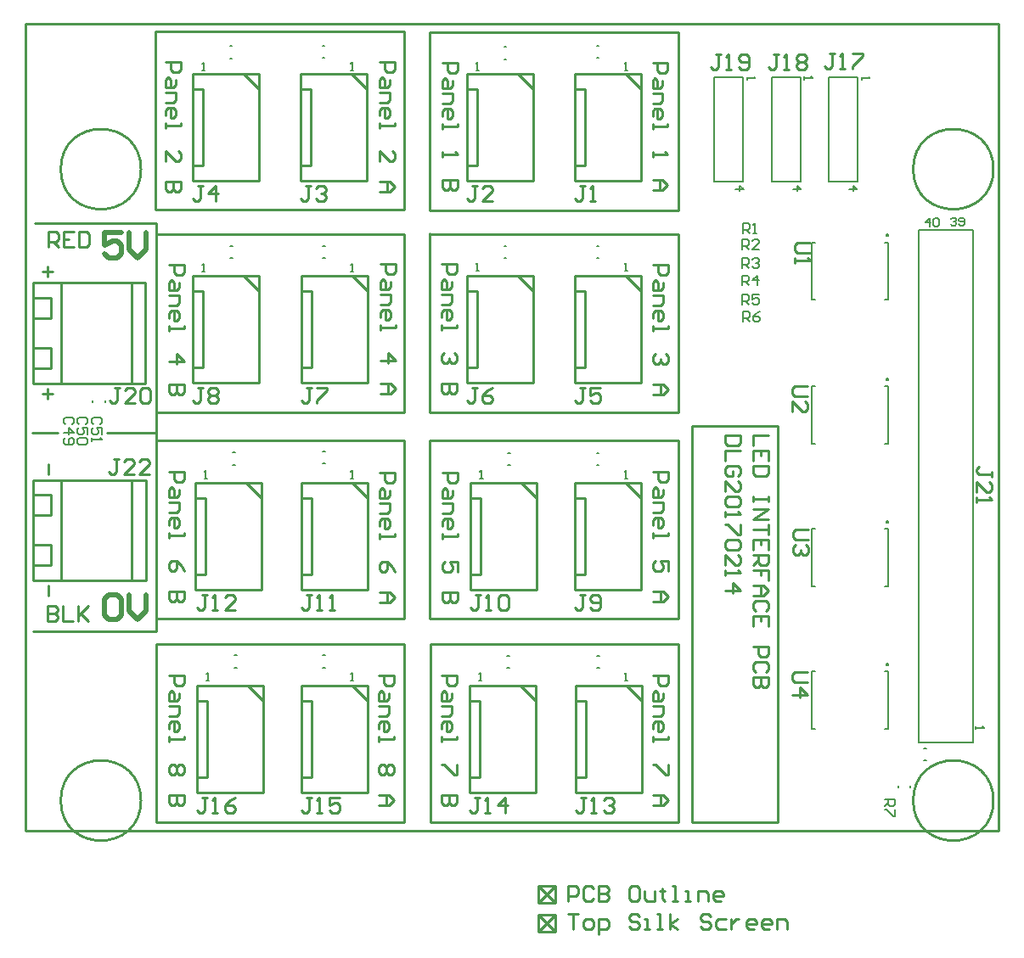
<source format=gto>
%FSLAX25Y25*%
%MOIN*%
G70*
G01*
G75*
G04 Layer_Color=65535*
%ADD10C,0.01000*%
%ADD11C,0.03150*%
G04:AMPARAMS|DCode=12|XSize=25.59mil|YSize=25.59mil|CornerRadius=3.2mil|HoleSize=0mil|Usage=FLASHONLY|Rotation=0.000|XOffset=0mil|YOffset=0mil|HoleType=Round|Shape=RoundedRectangle|*
%AMROUNDEDRECTD12*
21,1,0.02559,0.01919,0,0,0.0*
21,1,0.01919,0.02559,0,0,0.0*
1,1,0.00640,0.00960,-0.00960*
1,1,0.00640,-0.00960,-0.00960*
1,1,0.00640,-0.00960,0.00960*
1,1,0.00640,0.00960,0.00960*
%
%ADD12ROUNDEDRECTD12*%
G04:AMPARAMS|DCode=13|XSize=35.43mil|YSize=37.4mil|CornerRadius=4.43mil|HoleSize=0mil|Usage=FLASHONLY|Rotation=0.000|XOffset=0mil|YOffset=0mil|HoleType=Round|Shape=RoundedRectangle|*
%AMROUNDEDRECTD13*
21,1,0.03543,0.02854,0,0,0.0*
21,1,0.02658,0.03740,0,0,0.0*
1,1,0.00886,0.01329,-0.01427*
1,1,0.00886,-0.01329,-0.01427*
1,1,0.00886,-0.01329,0.01427*
1,1,0.00886,0.01329,0.01427*
%
%ADD13ROUNDEDRECTD13*%
G04:AMPARAMS|DCode=14|XSize=25.59mil|YSize=31.5mil|CornerRadius=1.28mil|HoleSize=0mil|Usage=FLASHONLY|Rotation=270.000|XOffset=0mil|YOffset=0mil|HoleType=Round|Shape=RoundedRectangle|*
%AMROUNDEDRECTD14*
21,1,0.02559,0.02894,0,0,270.0*
21,1,0.02303,0.03150,0,0,270.0*
1,1,0.00256,-0.01447,-0.01152*
1,1,0.00256,-0.01447,0.01152*
1,1,0.00256,0.01447,0.01152*
1,1,0.00256,0.01447,-0.01152*
%
%ADD14ROUNDEDRECTD14*%
G04:AMPARAMS|DCode=15|XSize=25.59mil|YSize=31.5mil|CornerRadius=1.28mil|HoleSize=0mil|Usage=FLASHONLY|Rotation=180.000|XOffset=0mil|YOffset=0mil|HoleType=Round|Shape=RoundedRectangle|*
%AMROUNDEDRECTD15*
21,1,0.02559,0.02894,0,0,180.0*
21,1,0.02303,0.03150,0,0,180.0*
1,1,0.00256,-0.01152,0.01447*
1,1,0.00256,0.01152,0.01447*
1,1,0.00256,0.01152,-0.01447*
1,1,0.00256,-0.01152,-0.01447*
%
%ADD15ROUNDEDRECTD15*%
G04:AMPARAMS|DCode=16|XSize=23.62mil|YSize=33.47mil|CornerRadius=2.95mil|HoleSize=0mil|Usage=FLASHONLY|Rotation=0.000|XOffset=0mil|YOffset=0mil|HoleType=Round|Shape=RoundedRectangle|*
%AMROUNDEDRECTD16*
21,1,0.02362,0.02756,0,0,0.0*
21,1,0.01772,0.03347,0,0,0.0*
1,1,0.00591,0.00886,-0.01378*
1,1,0.00591,-0.00886,-0.01378*
1,1,0.00591,-0.00886,0.01378*
1,1,0.00591,0.00886,0.01378*
%
%ADD16ROUNDEDRECTD16*%
G04:AMPARAMS|DCode=17|XSize=17.72mil|YSize=70.87mil|CornerRadius=0.89mil|HoleSize=0mil|Usage=FLASHONLY|Rotation=0.000|XOffset=0mil|YOffset=0mil|HoleType=Round|Shape=RoundedRectangle|*
%AMROUNDEDRECTD17*
21,1,0.01772,0.06909,0,0,0.0*
21,1,0.01595,0.07087,0,0,0.0*
1,1,0.00177,0.00797,-0.03455*
1,1,0.00177,-0.00797,-0.03455*
1,1,0.00177,-0.00797,0.03455*
1,1,0.00177,0.00797,0.03455*
%
%ADD17ROUNDEDRECTD17*%
G04:AMPARAMS|DCode=18|XSize=23.62mil|YSize=33.47mil|CornerRadius=2.95mil|HoleSize=0mil|Usage=FLASHONLY|Rotation=90.000|XOffset=0mil|YOffset=0mil|HoleType=Round|Shape=RoundedRectangle|*
%AMROUNDEDRECTD18*
21,1,0.02362,0.02756,0,0,90.0*
21,1,0.01772,0.03347,0,0,90.0*
1,1,0.00591,0.01378,0.00886*
1,1,0.00591,0.01378,-0.00886*
1,1,0.00591,-0.01378,-0.00886*
1,1,0.00591,-0.01378,0.00886*
%
%ADD18ROUNDEDRECTD18*%
%ADD19R,0.01772X0.07087*%
G04:AMPARAMS|DCode=20|XSize=25.59mil|YSize=25.59mil|CornerRadius=3.2mil|HoleSize=0mil|Usage=FLASHONLY|Rotation=90.000|XOffset=0mil|YOffset=0mil|HoleType=Round|Shape=RoundedRectangle|*
%AMROUNDEDRECTD20*
21,1,0.02559,0.01919,0,0,90.0*
21,1,0.01919,0.02559,0,0,90.0*
1,1,0.00640,0.00960,0.00960*
1,1,0.00640,0.00960,-0.00960*
1,1,0.00640,-0.00960,-0.00960*
1,1,0.00640,-0.00960,0.00960*
%
%ADD20ROUNDEDRECTD20*%
G04:AMPARAMS|DCode=21|XSize=35.43mil|YSize=37.4mil|CornerRadius=4.43mil|HoleSize=0mil|Usage=FLASHONLY|Rotation=90.000|XOffset=0mil|YOffset=0mil|HoleType=Round|Shape=RoundedRectangle|*
%AMROUNDEDRECTD21*
21,1,0.03543,0.02854,0,0,90.0*
21,1,0.02658,0.03740,0,0,90.0*
1,1,0.00886,0.01427,0.01329*
1,1,0.00886,0.01427,-0.01329*
1,1,0.00886,-0.01427,-0.01329*
1,1,0.00886,-0.01427,0.01329*
%
%ADD21ROUNDEDRECTD21*%
%ADD22C,0.05906*%
%ADD23C,0.04000*%
%ADD24R,0.11811X0.07874*%
%ADD25R,0.01969X0.01969*%
%ADD26R,0.12598X0.32283*%
%ADD27R,0.06000X0.06000*%
%ADD28C,0.06000*%
%ADD29R,0.06496X0.06496*%
%ADD30C,0.06496*%
%ADD31R,0.06496X0.06496*%
%ADD32C,0.10236*%
%ADD33C,0.19685*%
%ADD34C,0.03000*%
%ADD35C,0.01969*%
%ADD36R,0.14173X0.33858*%
%ADD37C,0.00787*%
%ADD38C,0.00800*%
%ADD39C,0.00591*%
D10*
X45276Y-305118D02*
G03*
X45276Y-305118I-15748J0D01*
G01*
Y-57087D02*
G03*
X45276Y-57087I-15748J0D01*
G01*
X379921D02*
G03*
X379921Y-57087I-15748J0D01*
G01*
Y-305118D02*
G03*
X379921Y-305118I-15748J0D01*
G01*
X128157Y-98882D02*
X134158Y-104882D01*
X108158D02*
X112157D01*
Y-134882D02*
Y-104882D01*
X108158Y-134882D02*
X112157D01*
X108158Y-98882D02*
X134158D01*
Y-140882D02*
Y-98882D01*
X108158Y-140882D02*
X134158D01*
X108158D02*
Y-98882D01*
X85658D02*
X91658Y-104882D01*
X65658D02*
X69657D01*
Y-134882D02*
Y-104882D01*
X65658Y-134882D02*
X69657D01*
X65658Y-98882D02*
X91658D01*
Y-140882D02*
Y-98882D01*
X65658Y-140882D02*
X91658D01*
X65658D02*
Y-98882D01*
X235707Y-98932D02*
X241707Y-104932D01*
X215707D02*
X219707D01*
Y-134932D02*
Y-104932D01*
X215707Y-134932D02*
X219707D01*
X215707Y-98932D02*
X241707D01*
Y-140932D02*
Y-98932D01*
X215707Y-140932D02*
X241707D01*
X215707D02*
Y-98932D01*
X193208D02*
X199207Y-104932D01*
X173207D02*
X177208D01*
Y-134932D02*
Y-104932D01*
X173207Y-134932D02*
X177208D01*
X173207Y-98932D02*
X199207D01*
Y-140932D02*
Y-98932D01*
X173207Y-140932D02*
X199207D01*
X173207D02*
Y-98932D01*
X51157Y-152579D02*
X148658D01*
Y-82579D01*
X51157Y-152579D02*
Y-82579D01*
X148658D01*
X158707Y-82629D02*
X256207D01*
X158707Y-152432D02*
Y-82432D01*
Y-152629D02*
X256207D01*
X235692Y-19664D02*
X241692Y-25664D01*
X215692D02*
X219692D01*
Y-55664D02*
Y-25664D01*
X215692Y-55664D02*
X219692D01*
X215692Y-19664D02*
X241692D01*
Y-61664D02*
Y-19664D01*
X215692Y-61664D02*
X241692D01*
X215692D02*
Y-19664D01*
X193192D02*
X199192Y-25664D01*
X173192D02*
X177192D01*
Y-55664D02*
Y-25664D01*
X173192Y-55664D02*
X177192D01*
X173192Y-19664D02*
X199192D01*
Y-61664D02*
Y-19664D01*
X173192Y-61664D02*
X199192D01*
X173192D02*
Y-19664D01*
X85642Y-19614D02*
X91642Y-25614D01*
X65642D02*
X69642D01*
Y-55614D02*
Y-25614D01*
X65642Y-55614D02*
X69642D01*
X65642Y-19614D02*
X91642D01*
Y-61614D02*
Y-19614D01*
X65642Y-61614D02*
X91642D01*
X65642D02*
Y-19614D01*
X128042D02*
X134042Y-25614D01*
X108042D02*
X112042D01*
Y-55614D02*
Y-25614D01*
X108042Y-55614D02*
X112042D01*
X108042Y-19614D02*
X134042D01*
Y-61614D02*
Y-19614D01*
X108042Y-61614D02*
X134042D01*
X108042D02*
Y-19614D01*
X158592Y-3164D02*
X256092D01*
X158592Y-73164D02*
Y-3164D01*
X256092Y-73164D02*
Y-3164D01*
X158592Y-73164D02*
X256092D01*
X51042Y-3114D02*
X148542D01*
X51042Y-73114D02*
Y-3114D01*
X148542Y-73114D02*
Y-3114D01*
X51042Y-73114D02*
X148542D01*
X246867Y-313539D02*
X256267D01*
Y-243539D01*
X158767Y-313539D02*
X246867D01*
X158767D02*
Y-243539D01*
X256267D01*
X51217Y-313489D02*
Y-243489D01*
X148667Y-233539D02*
Y-163539D01*
X51167Y-233539D02*
Y-163539D01*
X148667D01*
X158717Y-233589D02*
Y-163589D01*
X256217Y-233589D02*
Y-163543D01*
X194367Y-260039D02*
X200367Y-266039D01*
X174367D02*
X178367D01*
Y-296039D02*
Y-266039D01*
X174367Y-296039D02*
X178367D01*
X174367Y-260039D02*
X200367D01*
Y-302039D02*
Y-260039D01*
X174367Y-302039D02*
X200367D01*
X174367D02*
Y-260039D01*
X235801Y-260074D02*
X241801Y-266074D01*
X215801D02*
X219801D01*
Y-296074D02*
Y-266074D01*
X215801Y-296074D02*
X219801D01*
X215801Y-260074D02*
X241801D01*
Y-302074D02*
Y-260074D01*
X215801Y-302074D02*
X241801D01*
X215801D02*
Y-260074D01*
X128217Y-259989D02*
X134217Y-265989D01*
X108217D02*
X112217D01*
Y-295989D02*
Y-265989D01*
X108217Y-295989D02*
X112217D01*
X108217Y-259989D02*
X134217D01*
Y-301989D02*
Y-259989D01*
X108217Y-301989D02*
X134217D01*
X108217D02*
Y-259989D01*
X87217D02*
X93217Y-265989D01*
X67217D02*
X71217D01*
Y-295989D02*
Y-265989D01*
X67217Y-295989D02*
X71217D01*
X67217Y-259989D02*
X93217D01*
Y-301989D02*
Y-259989D01*
X67217Y-301989D02*
X93217D01*
X67217D02*
Y-259989D01*
X128157Y-180181D02*
X134158Y-186181D01*
X108158D02*
X112157D01*
Y-216181D02*
Y-186181D01*
X108158Y-216181D02*
X112157D01*
X108158Y-180181D02*
X134158D01*
Y-222181D02*
Y-180181D01*
X108158Y-222181D02*
X134158D01*
X108158D02*
Y-180181D01*
X86658D02*
X92658Y-186181D01*
X66658D02*
X70657D01*
Y-216181D02*
Y-186181D01*
X66658Y-216181D02*
X70657D01*
X66658Y-180181D02*
X92658D01*
Y-222181D02*
Y-180181D01*
X66658Y-222181D02*
X92658D01*
X66658D02*
Y-180181D01*
X235707Y-180231D02*
X241707Y-186231D01*
X215707D02*
X219707D01*
Y-216231D02*
Y-186231D01*
X215707Y-216231D02*
X219707D01*
X215707Y-180231D02*
X241707D01*
Y-222231D02*
Y-180231D01*
X215707Y-222231D02*
X241707D01*
X215707D02*
Y-180231D01*
X194708D02*
X200708Y-186231D01*
X174707D02*
X178708D01*
Y-216231D02*
Y-186231D01*
X174707Y-216231D02*
X178708D01*
X174707Y-180231D02*
X200708D01*
Y-222231D02*
Y-180231D01*
X174707Y-222231D02*
X200708D01*
X174707D02*
Y-180231D01*
X2878Y-101808D02*
X46972D01*
X2878Y-141178D02*
X46972D01*
Y-101808D01*
X2878Y-141178D02*
Y-101808D01*
Y-107714D02*
X9964D01*
Y-115588D02*
Y-107714D01*
X2878Y-115588D02*
X9964D01*
X2878Y-135273D02*
X9964D01*
Y-127399D01*
X2878D02*
X9964D01*
X41460Y-141178D02*
Y-101808D01*
X13901Y-141178D02*
Y-101808D01*
X3003Y-179212D02*
X47097D01*
X3003Y-218582D02*
X47097D01*
Y-179212D01*
X3003Y-218582D02*
Y-179212D01*
Y-185118D02*
X10089D01*
Y-192992D02*
Y-185118D01*
X3003Y-192992D02*
X10089D01*
X3003Y-212677D02*
X10089D01*
Y-204803D01*
X3003D02*
X10089D01*
X41585Y-218582D02*
Y-179212D01*
X14026Y-218582D02*
Y-179212D01*
X51167Y-233539D02*
X148642D01*
X2441Y-160787D02*
X12677D01*
X31909D02*
X50866D01*
X51157Y-163530D02*
Y-152579D01*
Y-82579D02*
Y-78213D01*
X3520D02*
X51157D01*
X158717Y-233589D02*
X256217D01*
X158717Y-163589D02*
X256217D01*
X51217Y-243489D02*
X148717D01*
X256207Y-152629D02*
Y-82629D01*
X148717Y-313331D02*
Y-243489D01*
X148558Y-313489D02*
X148717Y-313331D01*
X51217Y-313489D02*
X148558D01*
X261675Y-313643D02*
Y-158131D01*
Y-313643D02*
X295139D01*
Y-158114D01*
X261692D02*
X295139D01*
X2835Y-238740D02*
X51074D01*
X51167Y-238647D02*
Y-233539D01*
X51074Y-238740D02*
X51167Y-238647D01*
X207874Y-356693D02*
Y-350000D01*
X201181Y-356693D02*
Y-350000D01*
X201181Y-356693D02*
X207874D01*
X201181Y-350000D02*
X207874D01*
X201181D02*
X207874Y-356693D01*
X201181D02*
X207874Y-350000D01*
X112156Y-142884D02*
X110157D01*
X111156D01*
Y-147882D01*
X110157Y-148882D01*
X109157D01*
X108158Y-147882D01*
X114155Y-142884D02*
X118154D01*
Y-143884D01*
X114155Y-147882D01*
Y-148882D01*
X69656Y-142884D02*
X67657D01*
X68656D01*
Y-147882D01*
X67657Y-148882D01*
X66657D01*
X65658Y-147882D01*
X71655Y-143884D02*
X72655Y-142884D01*
X74655D01*
X75654Y-143884D01*
Y-144883D01*
X74655Y-145883D01*
X75654Y-146882D01*
Y-147882D01*
X74655Y-148882D01*
X72655D01*
X71655Y-147882D01*
Y-146882D01*
X72655Y-145883D01*
X71655Y-144883D01*
Y-143884D01*
X72655Y-145883D02*
X74655D01*
X219706Y-142934D02*
X217707D01*
X218706D01*
Y-147932D01*
X217707Y-148932D01*
X216707D01*
X215707Y-147932D01*
X225704Y-142934D02*
X221706D01*
Y-145933D01*
X223705Y-144933D01*
X224705D01*
X225704Y-145933D01*
Y-147932D01*
X224705Y-148932D01*
X222705D01*
X221706Y-147932D01*
X177206Y-142934D02*
X175207D01*
X176207D01*
Y-147932D01*
X175207Y-148932D01*
X174207D01*
X173207Y-147932D01*
X183204Y-142934D02*
X181205Y-143933D01*
X179206Y-145933D01*
Y-147932D01*
X180205Y-148932D01*
X182205D01*
X183204Y-147932D01*
Y-146932D01*
X182205Y-145933D01*
X179206D01*
X219690Y-63666D02*
X217691D01*
X218691D01*
Y-68664D01*
X217691Y-69664D01*
X216691D01*
X215692Y-68664D01*
X221690Y-69664D02*
X223689D01*
X222690D01*
Y-63666D01*
X221690Y-64666D01*
X177190Y-63666D02*
X175191D01*
X176191D01*
Y-68664D01*
X175191Y-69664D01*
X174191D01*
X173192Y-68664D01*
X183188Y-69664D02*
X179190D01*
X183188Y-65666D01*
Y-64666D01*
X182189Y-63666D01*
X180190D01*
X179190Y-64666D01*
X69640Y-63616D02*
X67641D01*
X68641D01*
Y-68615D01*
X67641Y-69614D01*
X66641D01*
X65642Y-68615D01*
X74639Y-69614D02*
Y-63616D01*
X71640Y-66615D01*
X75639D01*
X112040Y-63616D02*
X110041D01*
X111041D01*
Y-68615D01*
X110041Y-69614D01*
X109041D01*
X108042Y-68615D01*
X114040Y-64616D02*
X115040Y-63616D01*
X117039D01*
X118038Y-64616D01*
Y-65615D01*
X117039Y-66615D01*
X116039D01*
X117039D01*
X118038Y-67615D01*
Y-68615D01*
X117039Y-69614D01*
X115040D01*
X114040Y-68615D01*
X307801Y-86043D02*
X302803D01*
X301803Y-87043D01*
Y-89042D01*
X302803Y-90042D01*
X307801D01*
X301803Y-92041D02*
Y-94041D01*
Y-93041D01*
X307801D01*
X306802Y-92041D01*
X307018Y-254547D02*
X302019D01*
X301020Y-255547D01*
Y-257546D01*
X302019Y-258546D01*
X307018D01*
X301020Y-263544D02*
X307018D01*
X304019Y-260545D01*
Y-264544D01*
X307112Y-198642D02*
X302114D01*
X301114Y-199641D01*
Y-201641D01*
X302114Y-202640D01*
X307112D01*
X306113Y-204640D02*
X307112Y-205640D01*
Y-207639D01*
X306113Y-208639D01*
X305113D01*
X304113Y-207639D01*
Y-206639D01*
Y-207639D01*
X303114Y-208639D01*
X302114D01*
X301114Y-207639D01*
Y-205640D01*
X302114Y-204640D01*
X306813Y-142342D02*
X301815D01*
X300815Y-143342D01*
Y-145342D01*
X301815Y-146341D01*
X306813D01*
X300815Y-152339D02*
Y-148341D01*
X304814Y-152339D01*
X305813D01*
X306813Y-151340D01*
Y-149340D01*
X305813Y-148341D01*
X379201Y-177835D02*
Y-175836D01*
Y-176836D01*
X374202D01*
X373203Y-175836D01*
Y-174836D01*
X374202Y-173837D01*
X373203Y-183833D02*
Y-179835D01*
X377202Y-183833D01*
X378201D01*
X379201Y-182834D01*
Y-180834D01*
X378201Y-179835D01*
X373203Y-185833D02*
Y-187832D01*
Y-186832D01*
X379201D01*
X378201Y-185833D01*
X317740Y-11716D02*
X315741D01*
X316741D01*
Y-16714D01*
X315741Y-17714D01*
X314741D01*
X313742Y-16714D01*
X319740Y-17714D02*
X321739D01*
X320740D01*
Y-11716D01*
X319740Y-12716D01*
X324738Y-11716D02*
X328737D01*
Y-12716D01*
X324738Y-16714D01*
Y-17714D01*
X295540Y-11907D02*
X293541D01*
X294541D01*
Y-16905D01*
X293541Y-17905D01*
X292541D01*
X291542Y-16905D01*
X297540Y-17905D02*
X299539D01*
X298539D01*
Y-11907D01*
X297540Y-12907D01*
X302538D02*
X303538Y-11907D01*
X305537D01*
X306537Y-12907D01*
Y-13906D01*
X305537Y-14906D01*
X306537Y-15905D01*
Y-16905D01*
X305537Y-17905D01*
X303538D01*
X302538Y-16905D01*
Y-15905D01*
X303538Y-14906D01*
X302538Y-13906D01*
Y-12907D01*
X303538Y-14906D02*
X305537D01*
X273040Y-11897D02*
X271041D01*
X272041D01*
Y-16896D01*
X271041Y-17896D01*
X270041D01*
X269042Y-16896D01*
X275040Y-17896D02*
X277039D01*
X276040D01*
Y-11897D01*
X275040Y-12897D01*
X280038Y-16896D02*
X281038Y-17896D01*
X283037D01*
X284037Y-16896D01*
Y-12897D01*
X283037Y-11897D01*
X281038D01*
X280038Y-12897D01*
Y-13897D01*
X281038Y-14897D01*
X284037D01*
X178365Y-304041D02*
X176366D01*
X177366D01*
Y-309039D01*
X176366Y-310039D01*
X175366D01*
X174367Y-309039D01*
X180365Y-310039D02*
X182364D01*
X181365D01*
Y-304041D01*
X180365Y-305041D01*
X188362Y-310039D02*
Y-304041D01*
X185363Y-307040D01*
X189362D01*
X219800Y-304076D02*
X217801D01*
X218800D01*
Y-309074D01*
X217801Y-310074D01*
X216801D01*
X215801Y-309074D01*
X221799Y-310074D02*
X223799D01*
X222799D01*
Y-304076D01*
X221799Y-305075D01*
X226798D02*
X227798Y-304076D01*
X229797D01*
X230797Y-305075D01*
Y-306075D01*
X229797Y-307075D01*
X228797D01*
X229797D01*
X230797Y-308074D01*
Y-309074D01*
X229797Y-310074D01*
X227798D01*
X226798Y-309074D01*
X112215Y-303991D02*
X110216D01*
X111216D01*
Y-308990D01*
X110216Y-309989D01*
X109216D01*
X108217Y-308990D01*
X114215Y-309989D02*
X116214D01*
X115215D01*
Y-303991D01*
X114215Y-304991D01*
X123212Y-303991D02*
X119213D01*
Y-306990D01*
X121212Y-305991D01*
X122212D01*
X123212Y-306990D01*
Y-308990D01*
X122212Y-309989D01*
X120213D01*
X119213Y-308990D01*
X71215Y-303991D02*
X69216D01*
X70216D01*
Y-308990D01*
X69216Y-309989D01*
X68216D01*
X67217Y-308990D01*
X73215Y-309989D02*
X75214D01*
X74215D01*
Y-303991D01*
X73215Y-304991D01*
X82212Y-303991D02*
X80212Y-304991D01*
X78213Y-306990D01*
Y-308990D01*
X79213Y-309989D01*
X81212D01*
X82212Y-308990D01*
Y-307990D01*
X81212Y-306990D01*
X78213D01*
X112156Y-224183D02*
X110157D01*
X111156D01*
Y-229181D01*
X110157Y-230181D01*
X109157D01*
X108158Y-229181D01*
X114155Y-230181D02*
X116155D01*
X115155D01*
Y-224183D01*
X114155Y-225183D01*
X119154Y-230181D02*
X121153D01*
X120154D01*
Y-224183D01*
X119154Y-225183D01*
X71156Y-224183D02*
X69157D01*
X70157D01*
Y-229181D01*
X69157Y-230181D01*
X68157D01*
X67158Y-229181D01*
X73155Y-230181D02*
X75155D01*
X74155D01*
Y-224183D01*
X73155Y-225183D01*
X82153Y-230181D02*
X78154D01*
X82153Y-226182D01*
Y-225183D01*
X81153Y-224183D01*
X79154D01*
X78154Y-225183D01*
X219706Y-224233D02*
X217707D01*
X218706D01*
Y-229231D01*
X217707Y-230231D01*
X216707D01*
X215707Y-229231D01*
X221706D02*
X222705Y-230231D01*
X224705D01*
X225704Y-229231D01*
Y-225233D01*
X224705Y-224233D01*
X222705D01*
X221706Y-225233D01*
Y-226232D01*
X222705Y-227232D01*
X225704D01*
X178706Y-224233D02*
X176707D01*
X177707D01*
Y-229231D01*
X176707Y-230231D01*
X175707D01*
X174707Y-229231D01*
X180705Y-230231D02*
X182705D01*
X181705D01*
Y-224233D01*
X180705Y-225233D01*
X185704D02*
X186704Y-224233D01*
X188703D01*
X189703Y-225233D01*
Y-229231D01*
X188703Y-230231D01*
X186704D01*
X185704Y-229231D01*
Y-225233D01*
X37032Y-142872D02*
X35033D01*
X36033D01*
Y-147871D01*
X35033Y-148870D01*
X34033D01*
X33034Y-147871D01*
X43030Y-148870D02*
X39032D01*
X43030Y-144872D01*
Y-143872D01*
X42031Y-142872D01*
X40031D01*
X39032Y-143872D01*
X45030D02*
X46029Y-142872D01*
X48029D01*
X49029Y-143872D01*
Y-147871D01*
X48029Y-148870D01*
X46029D01*
X45030Y-147871D01*
Y-143872D01*
X36502Y-170847D02*
X34503D01*
X35502D01*
Y-175846D01*
X34503Y-176846D01*
X33503D01*
X32503Y-175846D01*
X42500Y-176846D02*
X38501D01*
X42500Y-172847D01*
Y-171847D01*
X41500Y-170847D01*
X39501D01*
X38501Y-171847D01*
X48498Y-176846D02*
X44499D01*
X48498Y-172847D01*
Y-171847D01*
X47498Y-170847D01*
X45499D01*
X44499Y-171847D01*
X8905Y-173031D02*
Y-177030D01*
X6693Y-145426D02*
X10692D01*
X8692Y-143427D02*
Y-147425D01*
X6693Y-97395D02*
X10692D01*
X8692Y-95395D02*
Y-99394D01*
X8812Y-224508D02*
Y-220509D01*
X56157Y-94579D02*
X62155D01*
Y-97578D01*
X61156Y-98577D01*
X59157D01*
X58157Y-97578D01*
Y-94579D01*
X60156Y-101576D02*
Y-103576D01*
X59157Y-104576D01*
X56157D01*
Y-101576D01*
X57157Y-100577D01*
X58157Y-101576D01*
Y-104576D01*
X56157Y-106575D02*
X60156D01*
Y-109574D01*
X59157Y-110574D01*
X56157D01*
Y-115572D02*
Y-113573D01*
X57157Y-112573D01*
X59157D01*
X60156Y-113573D01*
Y-115572D01*
X59157Y-116572D01*
X58157D01*
Y-112573D01*
X56157Y-118571D02*
Y-120570D01*
Y-119571D01*
X62155D01*
Y-118571D01*
X56157Y-132566D02*
X62155D01*
X59157Y-129567D01*
Y-133566D01*
X62155Y-141563D02*
X56157D01*
Y-144563D01*
X57157Y-145562D01*
X58157D01*
X59157Y-144563D01*
Y-141563D01*
Y-144563D01*
X60156Y-145562D01*
X61156D01*
X62155Y-144563D01*
Y-141563D01*
X163207Y-94432D02*
X169205D01*
Y-97431D01*
X168206Y-98431D01*
X166207D01*
X165207Y-97431D01*
Y-94432D01*
X167206Y-101430D02*
Y-103429D01*
X166207Y-104429D01*
X163207D01*
Y-101430D01*
X164207Y-100430D01*
X165207Y-101430D01*
Y-104429D01*
X163207Y-106428D02*
X167206D01*
Y-109427D01*
X166207Y-110427D01*
X163207D01*
Y-115425D02*
Y-113426D01*
X164207Y-112426D01*
X166207D01*
X167206Y-113426D01*
Y-115425D01*
X166207Y-116425D01*
X165207D01*
Y-112426D01*
X163207Y-118424D02*
Y-120423D01*
Y-119424D01*
X169205D01*
Y-118424D01*
X168206Y-129421D02*
X169205Y-130420D01*
Y-132420D01*
X168206Y-133419D01*
X167206D01*
X166207Y-132420D01*
Y-131420D01*
Y-132420D01*
X165207Y-133419D01*
X164207D01*
X163207Y-132420D01*
Y-130420D01*
X164207Y-129421D01*
X169205Y-141417D02*
X163207D01*
Y-144416D01*
X164207Y-145415D01*
X165207D01*
X166207Y-144416D01*
Y-141417D01*
Y-144416D01*
X167206Y-145415D01*
X168206D01*
X169205Y-144416D01*
Y-141417D01*
X139157Y-94382D02*
X145156D01*
Y-97381D01*
X144156Y-98381D01*
X142157D01*
X141157Y-97381D01*
Y-94382D01*
X143156Y-101380D02*
Y-103379D01*
X142157Y-104379D01*
X139157D01*
Y-101380D01*
X140157Y-100380D01*
X141157Y-101380D01*
Y-104379D01*
X139157Y-106378D02*
X143156D01*
Y-109377D01*
X142157Y-110377D01*
X139157D01*
Y-115375D02*
Y-113376D01*
X140157Y-112376D01*
X142157D01*
X143156Y-113376D01*
Y-115375D01*
X142157Y-116375D01*
X141157D01*
Y-112376D01*
X139157Y-118374D02*
Y-120373D01*
Y-119374D01*
X145156D01*
Y-118374D01*
X139157Y-132370D02*
X145156D01*
X142157Y-129371D01*
Y-133369D01*
X139157Y-141367D02*
X143156D01*
X145156Y-143366D01*
X143156Y-145365D01*
X139157D01*
X142157D01*
Y-141367D01*
X246207Y-94629D02*
X252205D01*
Y-97628D01*
X251206Y-98627D01*
X249206D01*
X248207Y-97628D01*
Y-94629D01*
X250206Y-101627D02*
Y-103626D01*
X249206Y-104625D01*
X246207D01*
Y-101627D01*
X247207Y-100627D01*
X248207Y-101627D01*
Y-104625D01*
X246207Y-106625D02*
X250206D01*
Y-109624D01*
X249206Y-110624D01*
X246207D01*
Y-115622D02*
Y-113623D01*
X247207Y-112623D01*
X249206D01*
X250206Y-113623D01*
Y-115622D01*
X249206Y-116622D01*
X248207D01*
Y-112623D01*
X246207Y-118621D02*
Y-120620D01*
Y-119621D01*
X252205D01*
Y-118621D01*
X251206Y-129617D02*
X252205Y-130617D01*
Y-132616D01*
X251206Y-133616D01*
X250206D01*
X249206Y-132616D01*
Y-131617D01*
Y-132616D01*
X248207Y-133616D01*
X247207D01*
X246207Y-132616D01*
Y-130617D01*
X247207Y-129617D01*
X246207Y-141613D02*
X250206D01*
X252205Y-143613D01*
X250206Y-145612D01*
X246207D01*
X249206D01*
Y-141613D01*
X54861Y-15114D02*
X60859D01*
Y-18113D01*
X59859Y-19113D01*
X57860D01*
X56860Y-18113D01*
Y-15114D01*
X58859Y-22112D02*
Y-24111D01*
X57860Y-25111D01*
X54861D01*
Y-22112D01*
X55860Y-21112D01*
X56860Y-22112D01*
Y-25111D01*
X54861Y-27110D02*
X58859D01*
Y-30109D01*
X57860Y-31109D01*
X54861D01*
Y-36107D02*
Y-34108D01*
X55860Y-33108D01*
X57860D01*
X58859Y-34108D01*
Y-36107D01*
X57860Y-37107D01*
X56860D01*
Y-33108D01*
X54861Y-39106D02*
Y-41106D01*
Y-40106D01*
X60859D01*
Y-39106D01*
X54861Y-54102D02*
Y-50103D01*
X58859Y-54102D01*
X59859D01*
X60859Y-53102D01*
Y-51103D01*
X59859Y-50103D01*
X60859Y-62099D02*
X54861D01*
Y-65098D01*
X55860Y-66098D01*
X56860D01*
X57860Y-65098D01*
Y-62099D01*
Y-65098D01*
X58859Y-66098D01*
X59859D01*
X60859Y-65098D01*
Y-62099D01*
X139042Y-15114D02*
X145040D01*
Y-18113D01*
X144040Y-19113D01*
X142041D01*
X141041Y-18113D01*
Y-15114D01*
X143040Y-22112D02*
Y-24111D01*
X142041Y-25111D01*
X139042D01*
Y-22112D01*
X140041Y-21112D01*
X141041Y-22112D01*
Y-25111D01*
X139042Y-27110D02*
X143040D01*
Y-30109D01*
X142041Y-31109D01*
X139042D01*
Y-36107D02*
Y-34108D01*
X140041Y-33108D01*
X142041D01*
X143040Y-34108D01*
Y-36107D01*
X142041Y-37107D01*
X141041D01*
Y-33108D01*
X139042Y-39106D02*
Y-41106D01*
Y-40106D01*
X145040D01*
Y-39106D01*
X139042Y-54102D02*
Y-50103D01*
X143040Y-54102D01*
X144040D01*
X145040Y-53102D01*
Y-51103D01*
X144040Y-50103D01*
X139042Y-62099D02*
X143040D01*
X145040Y-64098D01*
X143040Y-66098D01*
X139042D01*
X142041D01*
Y-62099D01*
X163485Y-15164D02*
X169483D01*
Y-18163D01*
X168484Y-19163D01*
X166484D01*
X165485Y-18163D01*
Y-15164D01*
X167484Y-22162D02*
Y-24161D01*
X166484Y-25161D01*
X163485D01*
Y-22162D01*
X164485Y-21162D01*
X165485Y-22162D01*
Y-25161D01*
X163485Y-27160D02*
X167484D01*
Y-30159D01*
X166484Y-31159D01*
X163485D01*
Y-36157D02*
Y-34158D01*
X164485Y-33158D01*
X166484D01*
X167484Y-34158D01*
Y-36157D01*
X166484Y-37157D01*
X165485D01*
Y-33158D01*
X163485Y-39156D02*
Y-41156D01*
Y-40156D01*
X169483D01*
Y-39156D01*
X163485Y-50153D02*
Y-52152D01*
Y-51152D01*
X169483D01*
X168484Y-50153D01*
X169483Y-61149D02*
X163485D01*
Y-64148D01*
X164485Y-65148D01*
X165485D01*
X166484Y-64148D01*
Y-61149D01*
Y-64148D01*
X167484Y-65148D01*
X168484D01*
X169483Y-64148D01*
Y-61149D01*
X246092Y-15164D02*
X252090D01*
Y-18163D01*
X251090Y-19163D01*
X249091D01*
X248091Y-18163D01*
Y-15164D01*
X250090Y-22162D02*
Y-24161D01*
X249091Y-25161D01*
X246092D01*
Y-22162D01*
X247091Y-21162D01*
X248091Y-22162D01*
Y-25161D01*
X246092Y-27160D02*
X250090D01*
Y-30159D01*
X249091Y-31159D01*
X246092D01*
Y-36157D02*
Y-34158D01*
X247091Y-33158D01*
X249091D01*
X250090Y-34158D01*
Y-36157D01*
X249091Y-37157D01*
X248091D01*
Y-33158D01*
X246092Y-39156D02*
Y-41156D01*
Y-40156D01*
X252090D01*
Y-39156D01*
X246092Y-50153D02*
Y-52152D01*
Y-51152D01*
X252090D01*
X251090Y-50153D01*
X246092Y-61149D02*
X250090D01*
X252090Y-63149D01*
X250090Y-65148D01*
X246092D01*
X249091D01*
Y-61149D01*
X246267Y-256039D02*
X252265D01*
Y-259038D01*
X251265Y-260038D01*
X249266D01*
X248266Y-259038D01*
Y-256039D01*
X250265Y-263037D02*
Y-265036D01*
X249266Y-266036D01*
X246267D01*
Y-263037D01*
X247266Y-262037D01*
X248266Y-263037D01*
Y-266036D01*
X246267Y-268035D02*
X250265D01*
Y-271034D01*
X249266Y-272034D01*
X246267D01*
Y-277032D02*
Y-275033D01*
X247266Y-274033D01*
X249266D01*
X250265Y-275033D01*
Y-277032D01*
X249266Y-278032D01*
X248266D01*
Y-274033D01*
X246267Y-280031D02*
Y-282031D01*
Y-281031D01*
X252265D01*
Y-280031D01*
Y-291028D02*
Y-295027D01*
X251265D01*
X247266Y-291028D01*
X246267D01*
Y-303024D02*
X250265D01*
X252265Y-305023D01*
X250265Y-307023D01*
X246267D01*
X249266D01*
Y-303024D01*
X138717Y-255989D02*
X144715D01*
Y-258988D01*
X143715Y-259988D01*
X141716D01*
X140716Y-258988D01*
Y-255989D01*
X142715Y-262987D02*
Y-264986D01*
X141716Y-265986D01*
X138717D01*
Y-262987D01*
X139716Y-261987D01*
X140716Y-262987D01*
Y-265986D01*
X138717Y-267985D02*
X142715D01*
Y-270984D01*
X141716Y-271984D01*
X138717D01*
Y-276982D02*
Y-274983D01*
X139716Y-273983D01*
X141716D01*
X142715Y-274983D01*
Y-276982D01*
X141716Y-277982D01*
X140716D01*
Y-273983D01*
X138717Y-279981D02*
Y-281981D01*
Y-280981D01*
X144715D01*
Y-279981D01*
X143715Y-290978D02*
X144715Y-291978D01*
Y-293977D01*
X143715Y-294977D01*
X142715D01*
X141716Y-293977D01*
X140716Y-294977D01*
X139716D01*
X138717Y-293977D01*
Y-291978D01*
X139716Y-290978D01*
X140716D01*
X141716Y-291978D01*
X142715Y-290978D01*
X143715D01*
X141716Y-291978D02*
Y-293977D01*
X138717Y-302974D02*
X142715D01*
X144715Y-304973D01*
X142715Y-306973D01*
X138717D01*
X141716D01*
Y-302974D01*
X139051Y-176181D02*
X145049D01*
Y-179180D01*
X144050Y-180180D01*
X142050D01*
X141051Y-179180D01*
Y-176181D01*
X143050Y-183179D02*
Y-185178D01*
X142050Y-186178D01*
X139051D01*
Y-183179D01*
X140051Y-182179D01*
X141051Y-183179D01*
Y-186178D01*
X139051Y-188177D02*
X143050D01*
Y-191176D01*
X142050Y-192176D01*
X139051D01*
Y-197174D02*
Y-195175D01*
X140051Y-194175D01*
X142050D01*
X143050Y-195175D01*
Y-197174D01*
X142050Y-198174D01*
X141051D01*
Y-194175D01*
X139051Y-200173D02*
Y-202173D01*
Y-201173D01*
X145049D01*
Y-200173D01*
Y-215168D02*
X144050Y-213169D01*
X142050Y-211170D01*
X140051D01*
X139051Y-212170D01*
Y-214169D01*
X140051Y-215168D01*
X141051D01*
X142050Y-214169D01*
Y-211170D01*
X139051Y-223166D02*
X143050D01*
X145049Y-225165D01*
X143050Y-227165D01*
X139051D01*
X142050D01*
Y-223166D01*
X246217Y-176089D02*
X252215D01*
Y-179088D01*
X251215Y-180088D01*
X249216D01*
X248216Y-179088D01*
Y-176089D01*
X250215Y-183087D02*
Y-185086D01*
X249216Y-186086D01*
X246217D01*
Y-183087D01*
X247216Y-182087D01*
X248216Y-183087D01*
Y-186086D01*
X246217Y-188085D02*
X250215D01*
Y-191084D01*
X249216Y-192084D01*
X246217D01*
Y-197082D02*
Y-195083D01*
X247216Y-194083D01*
X249216D01*
X250215Y-195083D01*
Y-197082D01*
X249216Y-198082D01*
X248216D01*
Y-194083D01*
X246217Y-200081D02*
Y-202081D01*
Y-201081D01*
X252215D01*
Y-200081D01*
Y-215077D02*
Y-211078D01*
X249216D01*
X250215Y-213077D01*
Y-214077D01*
X249216Y-215077D01*
X247216D01*
X246217Y-214077D01*
Y-212077D01*
X247216Y-211078D01*
X246217Y-223074D02*
X250215D01*
X252215Y-225073D01*
X250215Y-227073D01*
X246217D01*
X249216D01*
Y-223074D01*
X163695Y-176231D02*
X169693D01*
Y-179230D01*
X168693Y-180230D01*
X166694D01*
X165694Y-179230D01*
Y-176231D01*
X167694Y-183229D02*
Y-185228D01*
X166694Y-186228D01*
X163695D01*
Y-183229D01*
X164695Y-182229D01*
X165694Y-183229D01*
Y-186228D01*
X163695Y-188227D02*
X167694D01*
Y-191226D01*
X166694Y-192226D01*
X163695D01*
Y-197224D02*
Y-195225D01*
X164695Y-194225D01*
X166694D01*
X167694Y-195225D01*
Y-197224D01*
X166694Y-198224D01*
X165694D01*
Y-194225D01*
X163695Y-200223D02*
Y-202223D01*
Y-201223D01*
X169693D01*
Y-200223D01*
Y-215218D02*
Y-211220D01*
X166694D01*
X167694Y-213219D01*
Y-214219D01*
X166694Y-215218D01*
X164695D01*
X163695Y-214219D01*
Y-212220D01*
X164695Y-211220D01*
X169693Y-223216D02*
X163695D01*
Y-226215D01*
X164695Y-227215D01*
X165694D01*
X166694Y-226215D01*
Y-223216D01*
Y-226215D01*
X167694Y-227215D01*
X168693D01*
X169693Y-226215D01*
Y-223216D01*
X56217Y-255989D02*
X62215D01*
Y-258988D01*
X61215Y-259988D01*
X59216D01*
X58216Y-258988D01*
Y-255989D01*
X60215Y-262987D02*
Y-264986D01*
X59216Y-265986D01*
X56217D01*
Y-262987D01*
X57216Y-261987D01*
X58216Y-262987D01*
Y-265986D01*
X56217Y-267985D02*
X60215D01*
Y-270984D01*
X59216Y-271984D01*
X56217D01*
Y-276982D02*
Y-274983D01*
X57216Y-273983D01*
X59216D01*
X60215Y-274983D01*
Y-276982D01*
X59216Y-277982D01*
X58216D01*
Y-273983D01*
X56217Y-279981D02*
Y-281981D01*
Y-280981D01*
X62215D01*
Y-279981D01*
X61215Y-290978D02*
X62215Y-291978D01*
Y-293977D01*
X61215Y-294977D01*
X60215D01*
X59216Y-293977D01*
X58216Y-294977D01*
X57216D01*
X56217Y-293977D01*
Y-291978D01*
X57216Y-290978D01*
X58216D01*
X59216Y-291978D01*
X60215Y-290978D01*
X61215D01*
X59216Y-291978D02*
Y-293977D01*
X62215Y-302974D02*
X56217D01*
Y-305973D01*
X57216Y-306973D01*
X58216D01*
X59216Y-305973D01*
Y-302974D01*
Y-305973D01*
X60215Y-306973D01*
X61215D01*
X62215Y-305973D01*
Y-302974D01*
X56167Y-176039D02*
X62165D01*
Y-179038D01*
X61165Y-180038D01*
X59166D01*
X58166Y-179038D01*
Y-176039D01*
X60165Y-183037D02*
Y-185036D01*
X59166Y-186036D01*
X56167D01*
Y-183037D01*
X57166Y-182037D01*
X58166Y-183037D01*
Y-186036D01*
X56167Y-188035D02*
X60165D01*
Y-191034D01*
X59166Y-192034D01*
X56167D01*
Y-197032D02*
Y-195033D01*
X57166Y-194033D01*
X59166D01*
X60165Y-195033D01*
Y-197032D01*
X59166Y-198032D01*
X58166D01*
Y-194033D01*
X56167Y-200031D02*
Y-202031D01*
Y-201031D01*
X62165D01*
Y-200031D01*
Y-215027D02*
X61165Y-213027D01*
X59166Y-211028D01*
X57166D01*
X56167Y-212028D01*
Y-214027D01*
X57166Y-215027D01*
X58166D01*
X59166Y-214027D01*
Y-211028D01*
X62165Y-223024D02*
X56167D01*
Y-226023D01*
X57166Y-227023D01*
X58166D01*
X59166Y-226023D01*
Y-223024D01*
Y-226023D01*
X60165Y-227023D01*
X61165D01*
X62165Y-226023D01*
Y-223024D01*
X163267Y-256039D02*
X169265D01*
Y-259038D01*
X168265Y-260038D01*
X166266D01*
X165266Y-259038D01*
Y-256039D01*
X167265Y-263037D02*
Y-265036D01*
X166266Y-266036D01*
X163267D01*
Y-263037D01*
X164266Y-262037D01*
X165266Y-263037D01*
Y-266036D01*
X163267Y-268035D02*
X167265D01*
Y-271034D01*
X166266Y-272034D01*
X163267D01*
Y-277032D02*
Y-275033D01*
X164266Y-274033D01*
X166266D01*
X167265Y-275033D01*
Y-277032D01*
X166266Y-278032D01*
X165266D01*
Y-274033D01*
X163267Y-280031D02*
Y-282031D01*
Y-281031D01*
X169265D01*
Y-280031D01*
Y-291028D02*
Y-295027D01*
X168265D01*
X164266Y-291028D01*
X163267D01*
X169265Y-303024D02*
X163267D01*
Y-306023D01*
X164266Y-307023D01*
X165266D01*
X166266Y-306023D01*
Y-303024D01*
Y-306023D01*
X167265Y-307023D01*
X168265D01*
X169265Y-306023D01*
Y-303024D01*
X8839Y-87657D02*
Y-81659D01*
X11838D01*
X12837Y-82659D01*
Y-84658D01*
X11838Y-85658D01*
X8839D01*
X10838D02*
X12837Y-87657D01*
X18835Y-81659D02*
X14837D01*
Y-87657D01*
X18835D01*
X14837Y-84658D02*
X16836D01*
X20835Y-81659D02*
Y-87657D01*
X23834D01*
X24833Y-86658D01*
Y-82659D01*
X23834Y-81659D01*
X20835D01*
X8740Y-228608D02*
Y-234606D01*
X11739D01*
X12739Y-233607D01*
Y-232607D01*
X11739Y-231607D01*
X8740D01*
X11739D01*
X12739Y-230608D01*
Y-229608D01*
X11739Y-228608D01*
X8740D01*
X14738D02*
Y-234606D01*
X18737D01*
X20736Y-228608D02*
Y-234606D01*
Y-232607D01*
X24735Y-228608D01*
X21736Y-231607D01*
X24735Y-234606D01*
X291745Y-161802D02*
X285747D01*
Y-165800D01*
X291745Y-171799D02*
Y-167800D01*
X285747D01*
Y-171799D01*
X288746Y-167800D02*
Y-169799D01*
X291745Y-173798D02*
X285747D01*
Y-176797D01*
X286746Y-177797D01*
X290745D01*
X291745Y-176797D01*
Y-173798D01*
Y-185794D02*
Y-187793D01*
Y-186794D01*
X285747D01*
Y-185794D01*
Y-187793D01*
Y-190792D02*
X291745D01*
X285747Y-194791D01*
X291745D01*
Y-196791D02*
Y-200789D01*
Y-198790D01*
X285747D01*
X291745Y-206787D02*
Y-202788D01*
X285747D01*
Y-206787D01*
X288746Y-202788D02*
Y-204788D01*
X285747Y-208787D02*
X291745D01*
Y-211786D01*
X290745Y-212785D01*
X288746D01*
X287746Y-211786D01*
Y-208787D01*
Y-210786D02*
X285747Y-212785D01*
X291745Y-218783D02*
Y-214785D01*
X288746D01*
Y-216784D01*
Y-214785D01*
X285747D01*
Y-220783D02*
X289745D01*
X291745Y-222782D01*
X289745Y-224781D01*
X285747D01*
X288746D01*
Y-220783D01*
X290745Y-230780D02*
X291745Y-229780D01*
Y-227780D01*
X290745Y-226781D01*
X286746D01*
X285747Y-227780D01*
Y-229780D01*
X286746Y-230780D01*
X291745Y-236777D02*
Y-232779D01*
X285747D01*
Y-236777D01*
X288746Y-232779D02*
Y-234778D01*
X285747Y-244775D02*
X291745D01*
Y-247774D01*
X290745Y-248774D01*
X288746D01*
X287746Y-247774D01*
Y-244775D01*
X290745Y-254772D02*
X291745Y-253772D01*
Y-251773D01*
X290745Y-250773D01*
X286746D01*
X285747Y-251773D01*
Y-253772D01*
X286746Y-254772D01*
X291745Y-256771D02*
X285747D01*
Y-259770D01*
X286746Y-260770D01*
X287746D01*
X288746Y-259770D01*
Y-256771D01*
Y-259770D01*
X289745Y-260770D01*
X290745D01*
X291745Y-259770D01*
Y-256771D01*
X280721Y-161802D02*
X274723D01*
Y-164801D01*
X275723Y-165800D01*
X279721D01*
X280721Y-164801D01*
Y-161802D01*
Y-167800D02*
X274723D01*
Y-171799D01*
X279721Y-177797D02*
X280721Y-176797D01*
Y-174798D01*
X279721Y-173798D01*
X275723D01*
X274723Y-174798D01*
Y-176797D01*
X275723Y-177797D01*
X277722D01*
Y-175797D01*
X274723Y-183795D02*
Y-179796D01*
X278722Y-183795D01*
X279721D01*
X280721Y-182795D01*
Y-180796D01*
X279721Y-179796D01*
Y-185794D02*
X280721Y-186794D01*
Y-188793D01*
X279721Y-189793D01*
X275723D01*
X274723Y-188793D01*
Y-186794D01*
X275723Y-185794D01*
X279721D01*
X274723Y-191792D02*
Y-193791D01*
Y-192792D01*
X280721D01*
X279721Y-191792D01*
X280721Y-196791D02*
Y-200789D01*
X279721D01*
X275723Y-196791D01*
X274723D01*
X279721Y-202788D02*
X280721Y-203788D01*
Y-205787D01*
X279721Y-206787D01*
X275723D01*
X274723Y-205787D01*
Y-203788D01*
X275723Y-202788D01*
X279721D01*
X274723Y-212785D02*
Y-208787D01*
X278722Y-212785D01*
X279721D01*
X280721Y-211786D01*
Y-209786D01*
X279721Y-208787D01*
X274723Y-214785D02*
Y-216784D01*
Y-215784D01*
X280721D01*
X279721Y-214785D01*
X274723Y-222782D02*
X280721D01*
X277722Y-219783D01*
Y-223782D01*
X212992Y-349514D02*
X216991D01*
X214991D01*
Y-355512D01*
X219990D02*
X221989D01*
X222989Y-354512D01*
Y-352513D01*
X221989Y-351513D01*
X219990D01*
X218990Y-352513D01*
Y-354512D01*
X219990Y-355512D01*
X224988Y-357511D02*
Y-351513D01*
X227987D01*
X228987Y-352513D01*
Y-354512D01*
X227987Y-355512D01*
X224988D01*
X240983Y-350513D02*
X239983Y-349514D01*
X237984D01*
X236984Y-350513D01*
Y-351513D01*
X237984Y-352513D01*
X239983D01*
X240983Y-353513D01*
Y-354512D01*
X239983Y-355512D01*
X237984D01*
X236984Y-354512D01*
X242982Y-355512D02*
X244982D01*
X243982D01*
Y-351513D01*
X242982D01*
X247981Y-355512D02*
X249980D01*
X248980D01*
Y-349514D01*
X247981D01*
X252979Y-355512D02*
Y-349514D01*
Y-353513D02*
X255978Y-351513D01*
X252979Y-353513D02*
X255978Y-355512D01*
X268974Y-350513D02*
X267974Y-349514D01*
X265975D01*
X264975Y-350513D01*
Y-351513D01*
X265975Y-352513D01*
X267974D01*
X268974Y-353513D01*
Y-354512D01*
X267974Y-355512D01*
X265975D01*
X264975Y-354512D01*
X274972Y-351513D02*
X271973D01*
X270973Y-352513D01*
Y-354512D01*
X271973Y-355512D01*
X274972D01*
X276971Y-351513D02*
Y-355512D01*
Y-353513D01*
X277971Y-352513D01*
X278971Y-351513D01*
X279971D01*
X285968Y-355512D02*
X283969D01*
X282969Y-354512D01*
Y-352513D01*
X283969Y-351513D01*
X285968D01*
X286968Y-352513D01*
Y-353513D01*
X282969D01*
X291967Y-355512D02*
X289967D01*
X288967Y-354512D01*
Y-352513D01*
X289967Y-351513D01*
X291967D01*
X292966Y-352513D01*
Y-353513D01*
X288967D01*
X294966Y-355512D02*
Y-351513D01*
X297965D01*
X298964Y-352513D01*
Y-355512D01*
X0Y0D02*
X381890D01*
X0Y-316929D02*
Y0D01*
Y-316929D02*
X381890D01*
Y0D01*
X207874Y-345276D02*
Y-338583D01*
X201181Y-345276D02*
Y-338583D01*
X201181Y-345276D02*
X207874D01*
X201181Y-338583D02*
X207874D01*
X201181D02*
X207874Y-345276D01*
X201181D02*
X207874Y-338583D01*
X212992Y-344488D02*
Y-338490D01*
X215991D01*
X216991Y-339490D01*
Y-341489D01*
X215991Y-342489D01*
X212992D01*
X222989Y-339490D02*
X221989Y-338490D01*
X219990D01*
X218990Y-339490D01*
Y-343489D01*
X219990Y-344488D01*
X221989D01*
X222989Y-343489D01*
X224988Y-338490D02*
Y-344488D01*
X227987D01*
X228987Y-343489D01*
Y-342489D01*
X227987Y-341489D01*
X224988D01*
X227987D01*
X228987Y-340490D01*
Y-339490D01*
X227987Y-338490D01*
X224988D01*
X239983D02*
X237984D01*
X236984Y-339490D01*
Y-343489D01*
X237984Y-344488D01*
X239983D01*
X240983Y-343489D01*
Y-339490D01*
X239983Y-338490D01*
X242982Y-340490D02*
Y-343489D01*
X243982Y-344488D01*
X246981D01*
Y-340490D01*
X249980Y-339490D02*
Y-340490D01*
X248980D01*
X250980D01*
X249980D01*
Y-343489D01*
X250980Y-344488D01*
X253979D02*
X255978D01*
X254978D01*
Y-338490D01*
X253979D01*
X258977Y-344488D02*
X260977D01*
X259977D01*
Y-340490D01*
X258977D01*
X263976Y-344488D02*
Y-340490D01*
X266975D01*
X267974Y-341489D01*
Y-344488D01*
X272973D02*
X270973D01*
X269974Y-343489D01*
Y-341489D01*
X270973Y-340490D01*
X272973D01*
X273972Y-341489D01*
Y-342489D01*
X269974D01*
D35*
X37445Y-82050D02*
X30886D01*
Y-86970D01*
X34166Y-85330D01*
X35805D01*
X37445Y-86970D01*
Y-90250D01*
X35805Y-91890D01*
X32526D01*
X30886Y-90250D01*
X40725Y-82050D02*
Y-88610D01*
X44005Y-91890D01*
X47285Y-88610D01*
Y-82050D01*
X30886Y-225816D02*
X32526Y-224176D01*
X35805D01*
X37445Y-225816D01*
Y-232376D01*
X35805Y-234016D01*
X32526D01*
X30886Y-232376D01*
Y-225816D01*
X40725Y-224176D02*
Y-230736D01*
X44005Y-234016D01*
X47285Y-230736D01*
Y-224176D01*
D37*
X31145Y-148799D02*
Y-148012D01*
X26421Y-148799D02*
Y-148012D01*
X338602Y-108335D02*
Y-85894D01*
X337224D02*
X338602D01*
X337224Y-108335D02*
X338602D01*
X308681Y-85894D02*
X310059D01*
X308681Y-108335D02*
X310059D01*
X308681D02*
Y-85894D01*
X338602Y-164835D02*
Y-142394D01*
X337224D02*
X338602D01*
X337224Y-164835D02*
X338602D01*
X308681Y-142394D02*
X310059D01*
X308681Y-164835D02*
X310059D01*
X308681D02*
Y-142394D01*
X338602Y-220835D02*
Y-198394D01*
X337224D02*
X338602D01*
X337224Y-220835D02*
X338602D01*
X308681Y-198394D02*
X310059D01*
X308681Y-220835D02*
X310059D01*
X308681D02*
Y-198394D01*
X338602Y-276835D02*
Y-254394D01*
X337224D02*
X338602D01*
X337224Y-276835D02*
X338602D01*
X308681Y-254394D02*
X310059D01*
X308681Y-276835D02*
X310059D01*
X308681D02*
Y-254394D01*
X371772Y-282205D02*
Y-81024D01*
X350512Y-282205D02*
X371772D01*
X350512Y-81024D02*
X371772D01*
X350512Y-282205D02*
Y-81024D01*
X315325Y-20984D02*
X326742D01*
Y-62107D02*
Y-20984D01*
X315325Y-62107D02*
Y-20984D01*
Y-62107D02*
X326742D01*
X292825Y-62089D02*
X304242D01*
X292825D02*
Y-20966D01*
X304242Y-62089D02*
Y-20966D01*
X292825D02*
X304242D01*
X270325D02*
X281742D01*
Y-62089D02*
Y-20966D01*
X270325Y-62089D02*
Y-20966D01*
Y-62089D02*
X281742D01*
X82023Y-248127D02*
X82810D01*
X82023Y-252851D02*
X82810D01*
X116723D02*
X117510D01*
X116723Y-248127D02*
X117510D01*
X352697Y-289213D02*
X353484D01*
X352697Y-284488D02*
X353484D01*
X347410Y-300022D02*
Y-299235D01*
X342686Y-300022D02*
Y-299235D01*
X80315Y-87165D02*
X81102D01*
X80315Y-91890D02*
X81102D01*
X116713D02*
X117500D01*
X116713Y-87165D02*
X117500D01*
X81315Y-168465D02*
X82102D01*
X81315Y-173189D02*
X82102D01*
X189365Y-168515D02*
X190152D01*
X189365Y-173239D02*
X190152D01*
X189024Y-248323D02*
X189812D01*
X189024Y-253047D02*
X189812D01*
X224357Y-253082D02*
X225144D01*
X224357Y-248357D02*
X225144D01*
X224263Y-173239D02*
X225050D01*
X224263Y-168515D02*
X225050D01*
X116713Y-172795D02*
X117500D01*
X116713Y-168071D02*
X117500D01*
X187865Y-87215D02*
X188652D01*
X187865Y-91940D02*
X188652D01*
X224263D02*
X225050D01*
X224263Y-87215D02*
X225050D01*
X224247Y-13459D02*
X225034D01*
X224247Y-8735D02*
X225034D01*
X187849Y-9129D02*
X188637D01*
X187849Y-13853D02*
X188637D01*
X116597Y-13409D02*
X117384D01*
X116597Y-8685D02*
X117384D01*
X80278Y-8783D02*
X81065D01*
X80278Y-13508D02*
X81065D01*
D38*
X29142Y-157427D02*
X29809Y-156760D01*
Y-155427D01*
X29142Y-154761D01*
X26476D01*
X25810Y-155427D01*
Y-156760D01*
X26476Y-157427D01*
X29809Y-161425D02*
Y-158760D01*
X27809D01*
X28476Y-160092D01*
Y-160759D01*
X27809Y-161425D01*
X26476D01*
X25810Y-160759D01*
Y-159426D01*
X26476Y-158760D01*
X25810Y-162758D02*
Y-164091D01*
Y-163425D01*
X29809D01*
X29142Y-162758D01*
X281411Y-110197D02*
Y-106198D01*
X283410D01*
X284077Y-106865D01*
Y-108197D01*
X283410Y-108864D01*
X281411D01*
X282744D02*
X284077Y-110197D01*
X288075Y-106198D02*
X285410D01*
Y-108197D01*
X286743Y-107531D01*
X287409D01*
X288075Y-108197D01*
Y-109530D01*
X287409Y-110197D01*
X286076D01*
X285410Y-109530D01*
X281511Y-116998D02*
Y-112999D01*
X283510D01*
X284177Y-113665D01*
Y-114998D01*
X283510Y-115665D01*
X281511D01*
X282844D02*
X284177Y-116998D01*
X288176Y-112999D02*
X286843Y-113665D01*
X285510Y-114998D01*
Y-116331D01*
X286176Y-116998D01*
X287509D01*
X288176Y-116331D01*
Y-115665D01*
X287509Y-114998D01*
X285510D01*
X281411Y-102809D02*
Y-98810D01*
X283410D01*
X284077Y-99476D01*
Y-100809D01*
X283410Y-101476D01*
X281411D01*
X282744D02*
X284077Y-102809D01*
X287409D02*
Y-98810D01*
X285410Y-100809D01*
X288075D01*
X281458Y-82175D02*
Y-78176D01*
X283457D01*
X284124Y-78843D01*
Y-80176D01*
X283457Y-80842D01*
X281458D01*
X282791D02*
X284124Y-82175D01*
X285457D02*
X286789D01*
X286123D01*
Y-78176D01*
X285457Y-78843D01*
X281337Y-88682D02*
Y-84684D01*
X283336D01*
X284002Y-85350D01*
Y-86683D01*
X283336Y-87349D01*
X281337D01*
X282669D02*
X284002Y-88682D01*
X288001D02*
X285335D01*
X288001Y-86016D01*
Y-85350D01*
X287335Y-84684D01*
X286002D01*
X285335Y-85350D01*
X281222Y-95970D02*
Y-91972D01*
X283221D01*
X283888Y-92638D01*
Y-93971D01*
X283221Y-94638D01*
X281222D01*
X282555D02*
X283888Y-95970D01*
X285220Y-92638D02*
X285887Y-91972D01*
X287220D01*
X287886Y-92638D01*
Y-93305D01*
X287220Y-93971D01*
X286553D01*
X287220D01*
X287886Y-94638D01*
Y-95304D01*
X287220Y-95970D01*
X285887D01*
X285220Y-95304D01*
X337122Y-304585D02*
X341121D01*
Y-306584D01*
X340454Y-307251D01*
X339121D01*
X338455Y-306584D01*
Y-304585D01*
Y-305918D02*
X337122Y-307251D01*
X341121Y-308584D02*
Y-311249D01*
X340454D01*
X337789Y-308584D01*
X337122D01*
X23671Y-157308D02*
X24337Y-156642D01*
Y-155309D01*
X23671Y-154642D01*
X21005D01*
X20339Y-155309D01*
Y-156642D01*
X21005Y-157308D01*
X24337Y-161307D02*
Y-158641D01*
X22338D01*
X23005Y-159974D01*
Y-160641D01*
X22338Y-161307D01*
X21005D01*
X20339Y-160641D01*
Y-159308D01*
X21005Y-158641D01*
X23671Y-162640D02*
X24337Y-163306D01*
Y-164639D01*
X23671Y-165306D01*
X21005D01*
X20339Y-164639D01*
Y-163306D01*
X21005Y-162640D01*
X23671D01*
X18307Y-157340D02*
X18973Y-156673D01*
Y-155341D01*
X18307Y-154674D01*
X15641D01*
X14975Y-155341D01*
Y-156673D01*
X15641Y-157340D01*
X14975Y-160672D02*
X18973D01*
X16974Y-158673D01*
Y-161339D01*
X15641Y-162671D02*
X14975Y-163338D01*
Y-164671D01*
X15641Y-165337D01*
X18307D01*
X18973Y-164671D01*
Y-163338D01*
X18307Y-162671D01*
X17641D01*
X16974Y-163338D01*
Y-165337D01*
D39*
X337815Y-83335D02*
Y-82679D01*
X338471D01*
Y-83335D01*
X337815D01*
Y-139835D02*
Y-139179D01*
X338471D01*
Y-139835D01*
X337815D01*
Y-195835D02*
Y-195179D01*
X338471D01*
Y-195835D01*
X337815D01*
Y-251835D02*
Y-251179D01*
X338471D01*
Y-251835D01*
X337815D01*
X373020Y-276091D02*
Y-277140D01*
Y-276615D01*
X376168D01*
X375643Y-276091D01*
X354763Y-79527D02*
Y-76379D01*
X353189Y-77953D01*
X355288D01*
X356338Y-76904D02*
X356862Y-76379D01*
X357912D01*
X358437Y-76904D01*
Y-79003D01*
X357912Y-79527D01*
X356862D01*
X356338Y-79003D01*
Y-76904D01*
X363228Y-76707D02*
X363753Y-76182D01*
X364803D01*
X365327Y-76707D01*
Y-77232D01*
X364803Y-77756D01*
X364278D01*
X364803D01*
X365327Y-78281D01*
Y-78806D01*
X364803Y-79331D01*
X363753D01*
X363228Y-78806D01*
X366377D02*
X366902Y-79331D01*
X367951D01*
X368476Y-78806D01*
Y-76707D01*
X367951Y-76182D01*
X366902D01*
X366377Y-76707D01*
Y-77232D01*
X366902Y-77756D01*
X368476D01*
X323214Y-65110D02*
X326362D01*
X324788Y-63536D01*
Y-65635D01*
X328153Y-20912D02*
Y-21961D01*
Y-21437D01*
X331301D01*
X330777Y-20912D01*
X305653Y-20793D02*
Y-21843D01*
Y-21318D01*
X308802D01*
X308277Y-20793D01*
X301214Y-65092D02*
X304362D01*
X302788Y-63518D01*
Y-65617D01*
X278713Y-65092D02*
X281862D01*
X280288Y-63518D01*
Y-65617D01*
X283153Y-20893D02*
Y-21943D01*
Y-21418D01*
X286301D01*
X285777Y-20893D01*
X235118Y-18268D02*
X236168D01*
X235643D01*
Y-15119D01*
X235118Y-15644D01*
X176850Y-18268D02*
X177900D01*
X177375D01*
Y-15119D01*
X176850Y-15644D01*
X127638Y-18268D02*
X128687D01*
X128163D01*
Y-15119D01*
X127638Y-15644D01*
X69370Y-18433D02*
X70420D01*
X69895D01*
Y-15284D01*
X69370Y-15809D01*
X235118Y-97008D02*
X236168D01*
X235643D01*
Y-93859D01*
X235118Y-94384D01*
X176850Y-97008D02*
X177900D01*
X177375D01*
Y-93859D01*
X176850Y-94384D01*
X127638Y-97402D02*
X128687D01*
X128163D01*
Y-94253D01*
X127638Y-94778D01*
X69370Y-97402D02*
X70420D01*
X69895D01*
Y-94253D01*
X69370Y-94778D01*
X70157Y-178504D02*
X71207D01*
X70682D01*
Y-175355D01*
X70157Y-175880D01*
X127638Y-178504D02*
X128687D01*
X128163D01*
Y-175355D01*
X127638Y-175880D01*
X178425Y-178504D02*
X179475D01*
X178950D01*
Y-175355D01*
X178425Y-175880D01*
X235118Y-178504D02*
X236168D01*
X235643D01*
Y-175355D01*
X235118Y-175880D01*
Y-258032D02*
X236168D01*
X235643D01*
Y-254883D01*
X235118Y-255408D01*
X178032Y-258032D02*
X179081D01*
X178556D01*
Y-254883D01*
X178032Y-255408D01*
X127638Y-258032D02*
X128687D01*
X128163D01*
Y-254883D01*
X127638Y-255408D01*
X70945Y-258032D02*
X71994D01*
X71470D01*
Y-254883D01*
X70945Y-255408D01*
M02*

</source>
